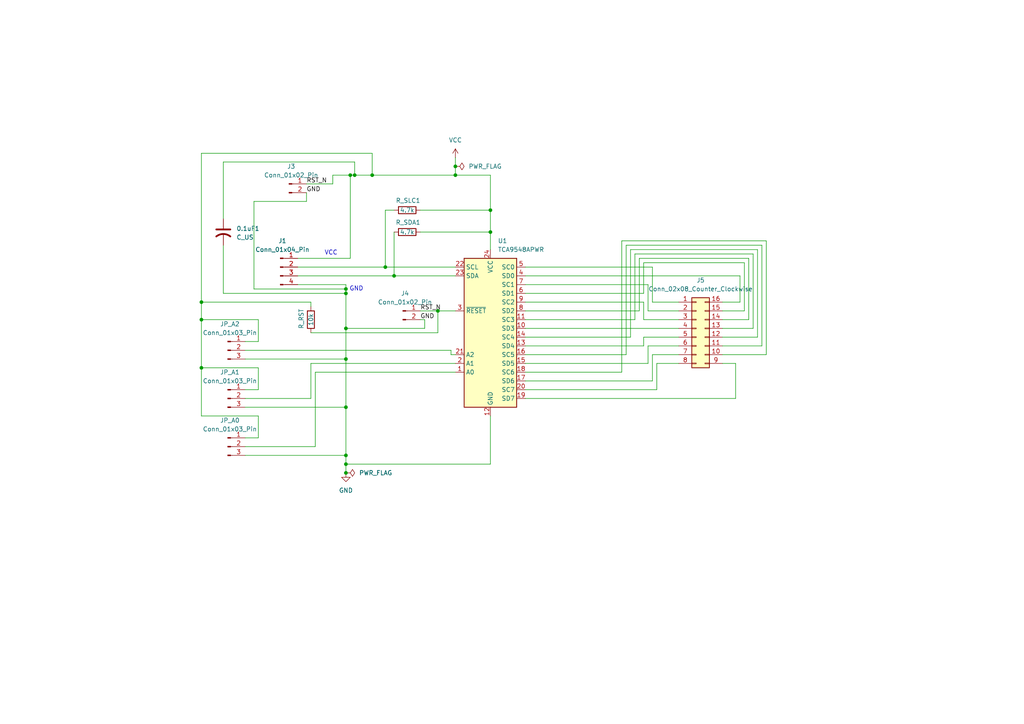
<source format=kicad_sch>
(kicad_sch (version 20250114) (generator "eeschema") (generator_version "9.0")
  (paper "A4")
  (lib_symbols
    (symbol "Connector:Conn_01x02_Pin" (pin_names (offset 1.016) (hide yes))
      (property "Reference" "J" (at 0 2.54 0))
      (property "Value" "Conn_01x02_Pin" (at 0 -5.08 0))
      (symbol "Conn_01x02_Pin_1_1"
        (rectangle (start 0.8636 0.127) (end 0 -0.127) (stroke (width 0.1524)) (fill (type outline)))
        (rectangle (start 0.8636 -2.413) (end 0 -2.667) (stroke (width 0.1524)) (fill (type outline)))
        (polyline (pts (xy 1.27 0) (xy 0.8636 0)) (stroke (width 0.1524)))
        (polyline (pts (xy 1.27 -2.54) (xy 0.8636 -2.54)) (stroke (width 0.1524)))
        (pin passive line (at 5.08 0 180) (length 3.81) (name "Pin_1") (number "1"))
        (pin passive line (at 5.08 -2.54 180) (length 3.81) (name "Pin_2") (number "2"))
      )
    )
    (symbol "Connector:Conn_01x03_Pin" (pin_names (offset 1.016) (hide yes))
      (property "Reference" "J" (at 0 5.08 0))
      (property "Value" "Conn_01x03_Pin" (at 0 -5.08 0))
      (symbol "Conn_01x03_Pin_1_1"
        (rectangle (start 0.8636 2.667) (end 0 2.413) (stroke (width 0.1524)) (fill (type outline)))
        (rectangle (start 0.8636 0.127) (end 0 -0.127) (stroke (width 0.1524)) (fill (type outline)))
        (rectangle (start 0.8636 -2.413) (end 0 -2.667) (stroke (width 0.1524)) (fill (type outline)))
        (polyline (pts (xy 1.27 2.54) (xy 0.8636 2.54)) (stroke (width 0.1524)))
        (polyline (pts (xy 1.27 0) (xy 0.8636 0)) (stroke (width 0.1524)))
        (polyline (pts (xy 1.27 -2.54) (xy 0.8636 -2.54)) (stroke (width 0.1524)))
        (pin passive line (at 5.08 2.54 180) (length 3.81) (name "Pin_1") (number "1"))
        (pin passive line (at 5.08 0 180) (length 3.81) (name "Pin_2") (number "2"))
        (pin passive line (at 5.08 -2.54 180) (length 3.81) (name "Pin_3") (number "3"))
      )
    )
    (symbol "Connector:Conn_01x04_Pin" (pin_names (offset 1.016) (hide yes))
      (property "Reference" "J" (at 0 5.08 0))
      (property "Value" "Conn_01x04_Pin" (at 0 -7.62 0))
      (symbol "Conn_01x04_Pin_1_1"
        (rectangle (start 0.8636 2.667) (end 0 2.413) (stroke (width 0.1524)) (fill (type outline)))
        (rectangle (start 0.8636 0.127) (end 0 -0.127) (stroke (width 0.1524)) (fill (type outline)))
        (rectangle (start 0.8636 -2.413) (end 0 -2.667) (stroke (width 0.1524)) (fill (type outline)))
        (rectangle (start 0.8636 -4.953) (end 0 -5.207) (stroke (width 0.1524)) (fill (type outline)))
        (polyline (pts (xy 1.27 2.54) (xy 0.8636 2.54)) (stroke (width 0.1524)))
        (polyline (pts (xy 1.27 0) (xy 0.8636 0)) (stroke (width 0.1524)))
        (polyline (pts (xy 1.27 -2.54) (xy 0.8636 -2.54)) (stroke (width 0.1524)))
        (polyline (pts (xy 1.27 -5.08) (xy 0.8636 -5.08)) (stroke (width 0.1524)))
        (pin passive line (at 5.08 2.54 180) (length 3.81) (name "Pin_1") (number "1"))
        (pin passive line (at 5.08 0 180) (length 3.81) (name "Pin_2") (number "2"))
        (pin passive line (at 5.08 -2.54 180) (length 3.81) (name "Pin_3") (number "3"))
        (pin passive line (at 5.08 -5.08 180) (length 3.81) (name "Pin_4") (number "4"))
      )
    )
    (symbol "Connector_Generic:Conn_02x08_Counter_Clockwise" (pin_names (offset 1.016) (hide yes))
      (property "Reference" "J" (at 1.27 10.16 0))
      (property "Value" "Conn_02x08_Counter_Clockwise" (at 1.27 -12.7 0))
      (symbol "Conn_02x08_Counter_Clockwise_1_1"
        (rectangle (start -1.27 8.89) (end 3.81 -11.43) (stroke (width 0.254)) (fill (type background)))
        (rectangle (start -1.27 7.747) (end 0 7.493) (stroke (width 0.1524)))
        (rectangle (start -1.27 5.207) (end 0 4.953) (stroke (width 0.1524)))
        (rectangle (start -1.27 2.667) (end 0 2.413) (stroke (width 0.1524)))
        (rectangle (start -1.27 0.127) (end 0 -0.127) (stroke (width 0.1524)))
        (rectangle (start -1.27 -2.413) (end 0 -2.667) (stroke (width 0.1524)))
        (rectangle (start -1.27 -4.953) (end 0 -5.207) (stroke (width 0.1524)))
        (rectangle (start -1.27 -7.493) (end 0 -7.747) (stroke (width 0.1524)))
        (rectangle (start -1.27 -10.033) (end 0 -10.287) (stroke (width 0.1524)))
        (rectangle (start 3.81 7.747) (end 2.54 7.493) (stroke (width 0.1524)))
        (rectangle (start 3.81 5.207) (end 2.54 4.953) (stroke (width 0.1524)))
        (rectangle (start 3.81 2.667) (end 2.54 2.413) (stroke (width 0.1524)))
        (rectangle (start 3.81 0.127) (end 2.54 -0.127) (stroke (width 0.1524)))
        (rectangle (start 3.81 -2.413) (end 2.54 -2.667) (stroke (width 0.1524)))
        (rectangle (start 3.81 -4.953) (end 2.54 -5.207) (stroke (width 0.1524)))
        (rectangle (start 3.81 -7.493) (end 2.54 -7.747) (stroke (width 0.1524)))
        (rectangle (start 3.81 -10.033) (end 2.54 -10.287) (stroke (width 0.1524)))
        (pin passive line (at -5.08 7.62 0) (length 3.81) (name "Pin_1") (number "1"))
        (pin passive line (at -5.08 5.08 0) (length 3.81) (name "Pin_2") (number "2"))
        (pin passive line (at -5.08 2.54 0) (length 3.81) (name "Pin_3") (number "3"))
        (pin passive line (at -5.08 0 0) (length 3.81) (name "Pin_4") (number "4"))
        (pin passive line (at -5.08 -2.54 0) (length 3.81) (name "Pin_5") (number "5"))
        (pin passive line (at -5.08 -5.08 0) (length 3.81) (name "Pin_6") (number "6"))
        (pin passive line (at -5.08 -7.62 0) (length 3.81) (name "Pin_7") (number "7"))
        (pin passive line (at -5.08 -10.16 0) (length 3.81) (name "Pin_8") (number "8"))
        (pin passive line (at 7.62 7.62 180) (length 3.81) (name "Pin_16") (number "16"))
        (pin passive line (at 7.62 5.08 180) (length 3.81) (name "Pin_15") (number "15"))
        (pin passive line (at 7.62 2.54 180) (length 3.81) (name "Pin_14") (number "14"))
        (pin passive line (at 7.62 0 180) (length 3.81) (name "Pin_13") (number "13"))
        (pin passive line (at 7.62 -2.54 180) (length 3.81) (name "Pin_12") (number "12"))
        (pin passive line (at 7.62 -5.08 180) (length 3.81) (name "Pin_11") (number "11"))
        (pin passive line (at 7.62 -7.62 180) (length 3.81) (name "Pin_10") (number "10"))
        (pin passive line (at 7.62 -10.16 180) (length 3.81) (name "Pin_9") (number "9"))
      )
    )
    (symbol "Device:C_US" (pin_numbers (hide yes)) (pin_names (offset 0.254) (hide yes))
      (property "Reference" "C" (at 0.635 2.54 0))
      (property "Value" "C_US" (at 0.635 -2.54 0))
      (symbol "C_US_0_1"
        (polyline (pts (xy -2.032 0.762) (xy 2.032 0.762)) (stroke (width 0.508)))
        (arc (start -2.032 -1.27) (mid 0 -0.5572) (end 2.032 -1.27) (stroke (width 0.508)))
      )
      (symbol "C_US_1_1"
        (pin passive line (at 0 3.81 270) (length 2.794) (name "~") (number "1"))
        (pin passive line (at 0 -3.81 90) (length 3.302) (name "~") (number "2"))
      )
    )
    (symbol "Device:R" (pin_numbers (hide yes)) (pin_names (offset 0))
      (property "Reference" "R" (at 2.032 0 90))
      (property "Value" "R" (at 0 0 90))
      (symbol "R_0_1"
        (rectangle (start -1.016 -2.54) (end 1.016 2.54) (stroke (width 0.254)))
      )
      (symbol "R_1_1"
        (pin passive line (at 0 3.81 270) (length 1.27) (name "~") (number "1"))
        (pin passive line (at 0 -3.81 90) (length 1.27) (name "~") (number "2"))
      )
    )
    (symbol "Interface_Expansion:TCA9548APWR"
      (property "Reference" "U" (at -7.62 21.59 0))
      (property "Value" "TCA9548APWR" (at 1.016 21.59 0))
      (symbol "TCA9548APWR_0_1"
        (rectangle (start -7.62 20.32) (end 7.62 -22.86) (stroke (width 0.254)) (fill (type background)))
      )
      (symbol "TCA9548APWR_1_1"
        (pin input line (at -10.16 17.78 0) (length 2.54) (name "SCL") (number "22"))
        (pin bidirectional line (at -10.16 15.24 0) (length 2.54) (name "SDA") (number "23"))
        (pin input line (at -10.16 5.08 0) (length 2.54) (name "~{RESET}") (number "3"))
        (pin input line (at -10.16 -7.62 0) (length 2.54) (name "A2") (number "21"))
        (pin input line (at -10.16 -10.16 0) (length 2.54) (name "A1") (number "2"))
        (pin input line (at -10.16 -12.7 0) (length 2.54) (name "A0") (number "1"))
        (pin power_in line (at 0 22.86 270) (length 2.54) (name "VCC") (number "24"))
        (pin power_in line (at 0 -25.4 90) (length 2.54) (name "GND") (number "12"))
        (pin output line (at 10.16 17.78 180) (length 2.54) (name "SC0") (number "5"))
        (pin bidirectional line (at 10.16 15.24 180) (length 2.54) (name "SD0") (number "4"))
        (pin output line (at 10.16 12.7 180) (length 2.54) (name "SC1") (number "7"))
        (pin bidirectional line (at 10.16 10.16 180) (length 2.54) (name "SD1") (number "6"))
        (pin output line (at 10.16 7.62 180) (length 2.54) (name "SC2") (number "9"))
        (pin bidirectional line (at 10.16 5.08 180) (length 2.54) (name "SD2") (number "8"))
        (pin output line (at 10.16 2.54 180) (length 2.54) (name "SC3") (number "11"))
        (pin bidirectional line (at 10.16 0 180) (length 2.54) (name "SD3") (number "10"))
        (pin output line (at 10.16 -2.54 180) (length 2.54) (name "SC4") (number "14"))
        (pin bidirectional line (at 10.16 -5.08 180) (length 2.54) (name "SD4") (number "13"))
        (pin output line (at 10.16 -7.62 180) (length 2.54) (name "SC5") (number "16"))
        (pin bidirectional line (at 10.16 -10.16 180) (length 2.54) (name "SD5") (number "15"))
        (pin output line (at 10.16 -12.7 180) (length 2.54) (name "SC6") (number "18"))
        (pin bidirectional line (at 10.16 -15.24 180) (length 2.54) (name "SD6") (number "17"))
        (pin output line (at 10.16 -17.78 180) (length 2.54) (name "SC7") (number "20"))
        (pin bidirectional line (at 10.16 -20.32 180) (length 2.54) (name "SD7") (number "19"))
      )
    )
    (symbol "power:GND" (power) (pin_numbers (hide yes)) (pin_names (offset 0) (hide yes))
      (property "Value" "GND" (at 0 -3.81 0))
      (symbol "GND_0_1"
        (polyline (pts (xy 0 0) (xy 0 -1.27) (xy 1.27 -1.27) (xy 0 -2.54) (xy -1.27 -1.27) (xy 0 -1.27)))
      )
      (symbol "GND_1_1"
        (pin power_in line (at 0 0 270) (length 0) (name "~") (number "1"))
      )
    )
    (symbol "power:PWR_FLAG" (power) (pin_numbers (hide yes)) (pin_names (offset 0) (hide yes))
      (property "Value" "PWR_FLAG" (at 0 3.81 0))
      (symbol "PWR_FLAG_0_0"
        (pin power_out line (at 0 0 90) (length 0) (name "~") (number "1"))
      )
      (symbol "PWR_FLAG_0_1"
        (polyline (pts (xy 0 0) (xy 0 1.27) (xy -1.016 1.905) (xy 0 2.54) (xy 1.016 1.905) (xy 0 1.27)))
      )
    )
    (symbol "power:VCC" (power) (pin_numbers (hide yes)) (pin_names (offset 0) (hide yes))
      (property "Value" "VCC" (at 0 3.556 0))
      (symbol "VCC_0_1"
        (polyline (pts (xy -0.762 1.27) (xy 0 2.54)))
        (polyline (pts (xy 0 2.54) (xy 0.762 1.27)))
        (polyline (pts (xy 0 0) (xy 0 2.54)))
      )
      (symbol "VCC_1_1"
        (pin power_in line (at 0 0 90) (length 0) (name "~") (number "1"))
      )
    )
  )
  (text "GND\n" (at 103.378 83.82 0) (effects (font (size 1.27 1.27))))
  (text "VCC\n" (at 96.012 73.406 0) (effects (font (size 1.27 1.27))))
  (junction (at 127 90.17))
  (junction (at 102.87 50.8))
  (junction (at 111.76 77.47))
  (junction (at 100.33 132.08))
  (junction (at 132.08 50.8))
  (junction (at 100.33 134.62))
  (junction (at 107.95 50.8))
  (junction (at 100.33 95.25))
  (junction (at 114.3 80.01))
  (junction (at 132.08 48.26))
  (junction (at 100.33 104.14))
  (junction (at 142.24 67.31))
  (junction (at 58.42 106.68))
  (junction (at 58.42 92.71))
  (junction (at 100.33 118.11))
  (junction (at 100.33 85.09))
  (junction (at 100.33 137.16))
  (junction (at 101.6 50.8))
  (junction (at 100.33 83.82))
  (junction (at 58.42 87.63))
  (junction (at 142.24 60.96))
  (wire (pts (xy 86.36 77.47) (xy 111.76 77.47)))
  (wire (pts (xy 111.76 77.47) (xy 132.08 77.47)))
  (wire (pts (xy 152.4 82.55) (xy 187.96 82.55)))
  (wire (pts (xy 152.4 77.47) (xy 189.23 77.47)))
  (wire (pts (xy 222.25 69.85) (xy 222.25 102.87)))
  (wire (pts (xy 152.4 113.03) (xy 190.5 113.03)))
  (wire (pts (xy 100.33 134.62) (xy 100.33 132.08)))
  (wire (pts (xy 189.23 77.47) (xy 189.23 87.63)))
  (wire (pts (xy 100.33 118.11) (xy 100.33 104.14)))
  (wire (pts (xy 58.42 106.68) (xy 58.42 120.65)))
  (wire (pts (xy 73.66 83.82) (xy 100.33 83.82)))
  (wire (pts (xy 107.95 44.45) (xy 107.95 50.8)))
  (wire (pts (xy 71.12 127) (xy 74.93 127)))
  (wire (pts (xy 209.55 105.41) (xy 213.36 105.41)))
  (wire (pts (xy 152.4 100.33) (xy 186.69 100.33)))
  (wire (pts (xy 86.36 74.93) (xy 101.6 74.93)))
  (wire (pts (xy 219.71 72.39) (xy 219.71 97.79)))
  (wire (pts (xy 71.12 129.54) (xy 91.44 129.54)))
  (wire (pts (xy 181.61 71.12) (xy 220.98 71.12)))
  (wire (pts (xy 152.4 87.63) (xy 186.69 87.63)))
  (wire (pts (xy 123.19 92.71) (xy 123.19 95.25)))
  (wire (pts (xy 100.33 137.16) (xy 100.33 134.62)))
  (wire (pts (xy 86.36 82.55) (xy 100.33 82.55)))
  (wire (pts (xy 64.77 85.09) (xy 100.33 85.09)))
  (wire (pts (xy 101.6 50.8) (xy 102.87 50.8)))
  (wire (pts (xy 123.19 95.25) (xy 100.33 95.25)))
  (wire (pts (xy 209.55 95.25) (xy 218.44 95.25)))
  (wire (pts (xy 142.24 120.65) (xy 142.24 134.62)))
  (wire (pts (xy 132.08 45.72) (xy 132.08 48.26)))
  (wire (pts (xy 74.93 99.06) (xy 74.93 92.71)))
  (wire (pts (xy 152.4 95.25) (xy 196.85 95.25)))
  (wire (pts (xy 180.34 107.95) (xy 180.34 69.85)))
  (wire (pts (xy 100.33 132.08) (xy 100.33 118.11)))
  (wire (pts (xy 91.44 107.95) (xy 91.44 129.54)))
  (wire (pts (xy 190.5 113.03) (xy 190.5 105.41)))
  (wire (pts (xy 184.15 73.66) (xy 218.44 73.66)))
  (wire (pts (xy 189.23 87.63) (xy 196.85 87.63)))
  (wire (pts (xy 152.4 85.09) (xy 186.69 85.09)))
  (wire (pts (xy 142.24 50.8) (xy 132.08 50.8)))
  (wire (pts (xy 64.77 46.99) (xy 102.87 46.99)))
  (wire (pts (xy 152.4 105.41) (xy 187.96 105.41)))
  (wire (pts (xy 209.55 102.87) (xy 222.25 102.87)))
  (wire (pts (xy 180.34 69.85) (xy 222.25 69.85)))
  (wire (pts (xy 121.92 60.96) (xy 142.24 60.96)))
  (wire (pts (xy 74.93 92.71) (xy 58.42 92.71)))
  (wire (pts (xy 186.69 97.79) (xy 196.85 97.79)))
  (wire (pts (xy 121.92 92.71) (xy 123.19 92.71)))
  (wire (pts (xy 209.55 97.79) (xy 219.71 97.79)))
  (wire (pts (xy 114.3 60.96) (xy 111.76 60.96)))
  (wire (pts (xy 130.81 101.6) (xy 130.81 102.87)))
  (wire (pts (xy 187.96 82.55) (xy 187.96 90.17)))
  (wire (pts (xy 209.55 100.33) (xy 220.98 100.33)))
  (wire (pts (xy 91.44 107.95) (xy 132.08 107.95)))
  (wire (pts (xy 189.23 110.49) (xy 189.23 102.87)))
  (wire (pts (xy 71.12 99.06) (xy 74.93 99.06)))
  (wire (pts (xy 152.4 90.17) (xy 185.42 90.17)))
  (wire (pts (xy 186.69 87.63) (xy 186.69 92.71)))
  (wire (pts (xy 184.15 92.71) (xy 184.15 73.66)))
  (wire (pts (xy 186.69 92.71) (xy 196.85 92.71)))
  (wire (pts (xy 73.66 58.42) (xy 73.66 83.82)))
  (wire (pts (xy 58.42 87.63) (xy 58.42 92.71)))
  (wire (pts (xy 152.4 97.79) (xy 182.88 97.79)))
  (wire (pts (xy 187.96 90.17) (xy 196.85 90.17)))
  (wire (pts (xy 102.87 46.99) (xy 102.87 50.8)))
  (wire (pts (xy 64.77 63.5) (xy 64.77 46.99)))
  (wire (pts (xy 152.4 115.57) (xy 213.36 115.57)))
  (wire (pts (xy 100.33 104.14) (xy 100.33 95.25)))
  (wire (pts (xy 142.24 60.96) (xy 142.24 50.8)))
  (wire (pts (xy 142.24 134.62) (xy 100.33 134.62)))
  (wire (pts (xy 111.76 60.96) (xy 111.76 77.47)))
  (wire (pts (xy 218.44 73.66) (xy 218.44 95.25)))
  (wire (pts (xy 181.61 102.87) (xy 181.61 71.12)))
  (wire (pts (xy 100.33 95.25) (xy 100.33 85.09)))
  (wire (pts (xy 121.92 90.17) (xy 127 90.17)))
  (wire (pts (xy 185.42 90.17) (xy 185.42 74.93)))
  (wire (pts (xy 102.87 50.8) (xy 107.95 50.8)))
  (wire (pts (xy 185.42 74.93) (xy 217.17 74.93)))
  (wire (pts (xy 74.93 106.68) (xy 58.42 106.68)))
  (wire (pts (xy 209.55 92.71) (xy 217.17 92.71)))
  (wire (pts (xy 71.12 115.57) (xy 90.17 115.57)))
  (wire (pts (xy 88.9 53.34) (xy 96.52 53.34)))
  (wire (pts (xy 90.17 105.41) (xy 132.08 105.41)))
  (wire (pts (xy 182.88 72.39) (xy 219.71 72.39)))
  (wire (pts (xy 127 90.17) (xy 127 96.52)))
  (wire (pts (xy 71.12 101.6) (xy 130.81 101.6)))
  (wire (pts (xy 213.36 115.57) (xy 213.36 105.41)))
  (wire (pts (xy 152.4 102.87) (xy 181.61 102.87)))
  (wire (pts (xy 58.42 106.68) (xy 58.42 92.71)))
  (wire (pts (xy 190.5 105.41) (xy 196.85 105.41)))
  (wire (pts (xy 186.69 76.2) (xy 215.9 76.2)))
  (wire (pts (xy 217.17 74.93) (xy 217.17 92.71)))
  (wire (pts (xy 71.12 113.03) (xy 74.93 113.03)))
  (wire (pts (xy 71.12 118.11) (xy 100.33 118.11)))
  (wire (pts (xy 182.88 97.79) (xy 182.88 72.39)))
  (wire (pts (xy 58.42 44.45) (xy 107.95 44.45)))
  (wire (pts (xy 142.24 72.39) (xy 142.24 67.31)))
  (wire (pts (xy 130.81 102.87) (xy 132.08 102.87)))
  (wire (pts (xy 220.98 71.12) (xy 220.98 100.33)))
  (wire (pts (xy 186.69 100.33) (xy 186.69 97.79)))
  (wire (pts (xy 114.3 80.01) (xy 132.08 80.01)))
  (wire (pts (xy 88.9 55.88) (xy 88.9 58.42)))
  (wire (pts (xy 101.6 74.93) (xy 101.6 50.8)))
  (wire (pts (xy 90.17 96.52) (xy 127 96.52)))
  (wire (pts (xy 107.95 50.8) (xy 132.08 50.8)))
  (wire (pts (xy 187.96 100.33) (xy 196.85 100.33)))
  (wire (pts (xy 209.55 87.63) (xy 214.63 87.63)))
  (wire (pts (xy 64.77 71.12) (xy 64.77 85.09)))
  (wire (pts (xy 127 90.17) (xy 132.08 90.17)))
  (wire (pts (xy 86.36 80.01) (xy 114.3 80.01)))
  (wire (pts (xy 214.63 80.01) (xy 214.63 87.63)))
  (wire (pts (xy 114.3 67.31) (xy 114.3 80.01)))
  (wire (pts (xy 71.12 132.08) (xy 100.33 132.08)))
  (wire (pts (xy 187.96 105.41) (xy 187.96 100.33)))
  (wire (pts (xy 152.4 92.71) (xy 184.15 92.71)))
  (wire (pts (xy 74.93 120.65) (xy 58.42 120.65)))
  (wire (pts (xy 90.17 87.63) (xy 58.42 87.63)))
  (wire (pts (xy 100.33 83.82) (xy 100.33 82.55)))
  (wire (pts (xy 90.17 88.9) (xy 90.17 87.63)))
  (wire (pts (xy 96.52 53.34) (xy 96.52 50.8)))
  (wire (pts (xy 186.69 85.09) (xy 186.69 76.2)))
  (wire (pts (xy 152.4 80.01) (xy 214.63 80.01)))
  (wire (pts (xy 189.23 102.87) (xy 196.85 102.87)))
  (wire (pts (xy 100.33 85.09) (xy 100.33 83.82)))
  (wire (pts (xy 88.9 58.42) (xy 73.66 58.42)))
  (wire (pts (xy 209.55 90.17) (xy 215.9 90.17)))
  (wire (pts (xy 215.9 76.2) (xy 215.9 90.17)))
  (wire (pts (xy 96.52 50.8) (xy 101.6 50.8)))
  (wire (pts (xy 90.17 115.57) (xy 90.17 105.41)))
  (wire (pts (xy 142.24 67.31) (xy 142.24 60.96)))
  (wire (pts (xy 58.42 44.45) (xy 58.42 87.63)))
  (wire (pts (xy 71.12 104.14) (xy 100.33 104.14)))
  (wire (pts (xy 152.4 107.95) (xy 180.34 107.95)))
  (wire (pts (xy 74.93 113.03) (xy 74.93 106.68)))
  (wire (pts (xy 74.93 127) (xy 74.93 120.65)))
  (wire (pts (xy 132.08 48.26) (xy 132.08 50.8)))
  (wire (pts (xy 121.92 67.31) (xy 142.24 67.31)))
  (wire (pts (xy 152.4 110.49) (xy 189.23 110.49)))
  (label "RST_N" (at 121.92 90.17 0))
  (label "GND" (at 121.92 92.71 0))
  (label "GND" (at 88.9 55.88 0))
  (label "RST_N" (at 88.9 53.34 0))
  (symbol (lib_id "Device:R") (at 118.11 67.31 90) (unit 1)
    (property "Reference" "R_SDA1" (at 118.364 64.516 90))
    (property "Value" "4.7k" (at 118.11 67.31 90))
    (property "Description" "Resistor" (effects (hide yes)))
  )
  (symbol (lib_id "power:PWR_FLAG") (at 132.08 48.26 270) (unit 1)
    (property "Reference" "#FLG01" (effects (hide yes)))
    (property "Value" "PWR_FLAG" (at 135.89 48.2599 90) (effects (justify left)))
    (property "Description" "Special symbol for telling ERC where power comes from" (effects (hide yes)))
  )
  (symbol (lib_id "power:VCC") (at 132.08 45.72 0) (unit 1)
    (property "Reference" "#PWR01" (effects (hide yes)))
    (property "Value" "VCC" (at 132.08 40.64 0))
    (property "Description" "Power symbol creates a global label with name \"VCC\"" (effects (hide yes)))
  )
  (symbol (lib_id "Connector:Conn_01x02_Pin") (at 116.84 90.17 0) (unit 1)
    (property "Reference" "J4" (at 117.475 85.09 0))
    (property "Value" "Conn_01x02_Pin" (at 117.475 87.63 0))
    (property "Description" "Generic connector, single row, 01x02, script generated" (effects (hide yes)))
  )
  (symbol (lib_id "Connector_Generic:Conn_02x08_Counter_Clockwise") (at 201.93 95.25 0) (unit 1)
    (property "Reference" "J5" (at 203.2 81.28 0))
    (property "Value" "Conn_02x08_Counter_Clockwise" (at 203.2 83.82 0))
    (property "Description" "Generic connector, double row, 02x08, counter clockwise pin numbering scheme (similar to DIP package numbering), script generated (kicad-library-utils/schlib/autogen/connector/)" (effects (hide yes)))
  )
  (symbol (lib_id "Interface_Expansion:TCA9548APWR") (at 142.24 95.25 0) (unit 1)
    (property "Reference" "U1" (at 144.3833 69.85 0) (effects (justify left)))
    (property "Value" "TCA9548APWR" (at 144.3833 72.39 0) (effects (justify left)))
    (property "Footprint" "Package_SO:TSSOP-24_4.4x7.8mm_P0.65mm" (effects (hide yes)))
    (property "Datasheet" "http://www.ti.com/lit/ds/symlink/tca9548a.pdf" (effects (hide yes)))
    (property "Description" "Low voltage 8-channel I2C switch with reset, TSSOP-24" (effects (hide yes)))
  )
  (symbol (lib_id "Device:R") (at 90.17 92.71 180) (unit 1)
    (property "Reference" "R_RST" (at 87.376 92.456 90))
    (property "Value" "10k" (at 90.17 92.71 90))
    (property "Description" "Resistor" (effects (hide yes)))
  )
  (symbol (lib_id "Connector:Conn_01x03_Pin") (at 66.04 101.6 0) (unit 1)
    (property "Reference" "JP_A2" (at 66.675 93.98 0))
    (property "Value" "Conn_01x03_Pin" (at 66.675 96.52 0))
    (property "Description" "Generic connector, single row, 01x03, script generated" (effects (hide yes)))
  )
  (symbol (lib_id "Connector:Conn_01x04_Pin") (at 81.28 77.47 0) (unit 1)
    (property "Reference" "J1" (at 81.915 69.85 0))
    (property "Value" "Conn_01x04_Pin" (at 81.915 72.39 0))
    (property "Description" "Generic connector, single row, 01x04, script generated" (effects (hide yes)))
  )
  (symbol (lib_id "Connector:Conn_01x03_Pin") (at 66.04 115.57 0) (unit 1)
    (property "Reference" "JP_A1" (at 66.675 107.95 0))
    (property "Value" "Conn_01x03_Pin" (at 66.675 110.49 0))
    (property "Description" "Generic connector, single row, 01x03, script generated" (effects (hide yes)))
  )
  (symbol (lib_id "power:GND") (at 100.33 137.16 0) (unit 1)
    (property "Reference" "#PWR02" (effects (hide yes)))
    (property "Value" "GND" (at 100.33 142.24 0))
    (property "Description" "Power symbol creates a global label with name \"GND\" , ground" (effects (hide yes)))
  )
  (symbol (lib_id "Connector:Conn_01x03_Pin") (at 66.04 129.54 0) (unit 1)
    (property "Reference" "JP_A0" (at 66.675 121.92 0))
    (property "Value" "Conn_01x03_Pin" (at 66.675 124.46 0))
    (property "Description" "Generic connector, single row, 01x03, script generated" (effects (hide yes)))
  )
  (symbol (lib_id "Device:C_US") (at 64.77 67.31 0) (unit 1)
    (property "Reference" "0.1uF1" (at 68.58 66.2939 0) (effects (justify left)))
    (property "Value" "C_US" (at 68.58 68.8339 0) (effects (justify left)))
    (property "Description" "capacitor, US symbol" (effects (hide yes)))
  )
  (symbol (lib_id "power:PWR_FLAG") (at 100.33 137.16 270) (unit 1)
    (property "Reference" "#FLG02" (effects (hide yes)))
    (property "Value" "PWR_FLAG" (at 104.14 137.1599 90) (effects (justify left)))
    (property "Description" "Special symbol for telling ERC where power comes from" (effects (hide yes)))
  )
  (symbol (lib_id "Connector:Conn_01x02_Pin") (at 83.82 53.34 0) (unit 1)
    (property "Reference" "J3" (at 84.455 48.26 0))
    (property "Value" "Conn_01x02_Pin" (at 84.455 50.8 0))
    (property "Description" "Generic connector, single row, 01x02, script generated" (effects (hide yes)))
  )
  (symbol (lib_id "Device:R") (at 118.11 60.96 90) (unit 1)
    (property "Reference" "R_SLC1" (at 118.364 58.166 90))
    (property "Value" "4.7k" (at 118.11 60.96 90))
    (property "Description" "Resistor" (effects (hide yes)))
  )
)
</source>
